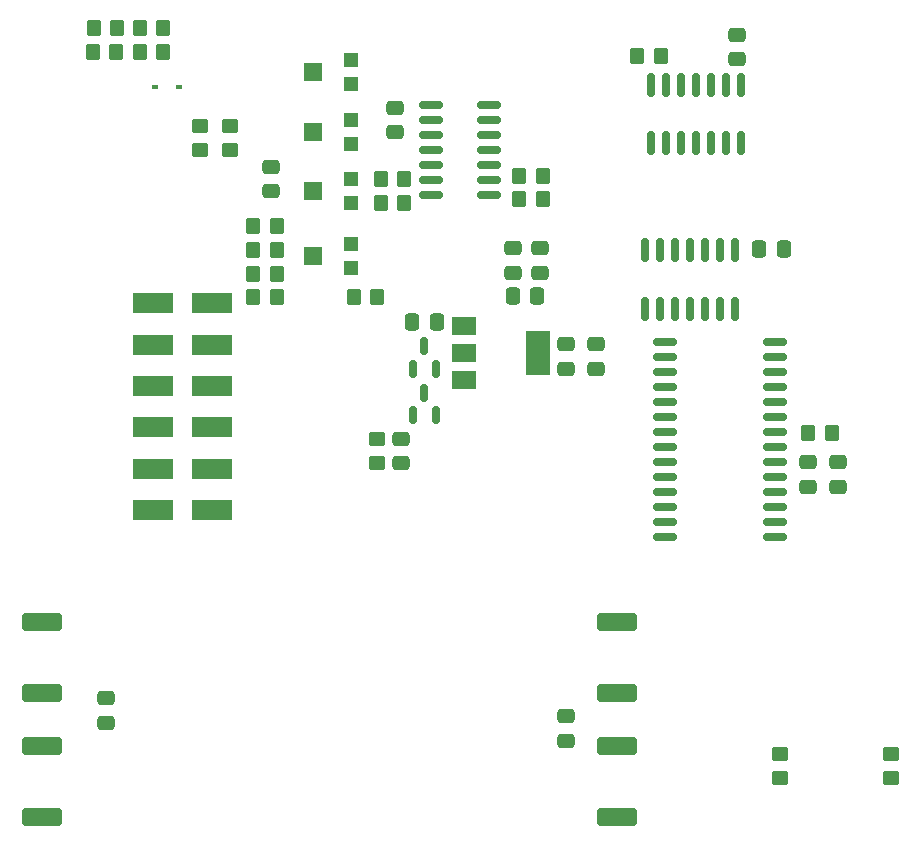
<source format=gbr>
%TF.GenerationSoftware,KiCad,Pcbnew,(6.0.0)*%
%TF.CreationDate,2022-08-08T07:24:01+02:00*%
%TF.ProjectId,K_PA_Protec,4b5f5041-5f50-4726-9f74-65632e6b6963,rev?*%
%TF.SameCoordinates,Original*%
%TF.FileFunction,Paste,Bot*%
%TF.FilePolarity,Positive*%
%FSLAX46Y46*%
G04 Gerber Fmt 4.6, Leading zero omitted, Abs format (unit mm)*
G04 Created by KiCad (PCBNEW (6.0.0)) date 2022-08-08 07:24:01*
%MOMM*%
%LPD*%
G01*
G04 APERTURE LIST*
G04 Aperture macros list*
%AMRoundRect*
0 Rectangle with rounded corners*
0 $1 Rounding radius*
0 $2 $3 $4 $5 $6 $7 $8 $9 X,Y pos of 4 corners*
0 Add a 4 corners polygon primitive as box body*
4,1,4,$2,$3,$4,$5,$6,$7,$8,$9,$2,$3,0*
0 Add four circle primitives for the rounded corners*
1,1,$1+$1,$2,$3*
1,1,$1+$1,$4,$5*
1,1,$1+$1,$6,$7*
1,1,$1+$1,$8,$9*
0 Add four rect primitives between the rounded corners*
20,1,$1+$1,$2,$3,$4,$5,0*
20,1,$1+$1,$4,$5,$6,$7,0*
20,1,$1+$1,$6,$7,$8,$9,0*
20,1,$1+$1,$8,$9,$2,$3,0*%
G04 Aperture macros list end*
%ADD10RoundRect,0.250000X-0.450000X0.350000X-0.450000X-0.350000X0.450000X-0.350000X0.450000X0.350000X0*%
%ADD11RoundRect,0.250000X0.350000X0.450000X-0.350000X0.450000X-0.350000X-0.450000X0.350000X-0.450000X0*%
%ADD12RoundRect,0.250000X0.337500X0.475000X-0.337500X0.475000X-0.337500X-0.475000X0.337500X-0.475000X0*%
%ADD13R,3.500000X1.800000*%
%ADD14RoundRect,0.250000X0.475000X-0.337500X0.475000X0.337500X-0.475000X0.337500X-0.475000X-0.337500X0*%
%ADD15R,0.600000X0.450000*%
%ADD16RoundRect,0.150000X0.875000X0.150000X-0.875000X0.150000X-0.875000X-0.150000X0.875000X-0.150000X0*%
%ADD17R,1.200000X1.200000*%
%ADD18R,1.500000X1.600000*%
%ADD19RoundRect,0.250000X-0.475000X0.337500X-0.475000X-0.337500X0.475000X-0.337500X0.475000X0.337500X0*%
%ADD20RoundRect,0.250000X-0.350000X-0.450000X0.350000X-0.450000X0.350000X0.450000X-0.350000X0.450000X0*%
%ADD21RoundRect,0.250000X0.450000X-0.350000X0.450000X0.350000X-0.450000X0.350000X-0.450000X-0.350000X0*%
%ADD22R,2.000000X1.500000*%
%ADD23R,2.000000X3.800000*%
%ADD24RoundRect,0.150000X-0.825000X-0.150000X0.825000X-0.150000X0.825000X0.150000X-0.825000X0.150000X0*%
%ADD25RoundRect,0.249999X-1.425001X0.512501X-1.425001X-0.512501X1.425001X-0.512501X1.425001X0.512501X0*%
%ADD26RoundRect,0.250000X-0.337500X-0.475000X0.337500X-0.475000X0.337500X0.475000X-0.337500X0.475000X0*%
%ADD27RoundRect,0.150000X0.150000X-0.587500X0.150000X0.587500X-0.150000X0.587500X-0.150000X-0.587500X0*%
%ADD28RoundRect,0.249999X1.425001X-0.512501X1.425001X0.512501X-1.425001X0.512501X-1.425001X-0.512501X0*%
%ADD29RoundRect,0.150000X0.150000X-0.825000X0.150000X0.825000X-0.150000X0.825000X-0.150000X-0.825000X0*%
G04 APERTURE END LIST*
D10*
%TO.C,R5*%
X155000000Y-114700000D03*
X155000000Y-116700000D03*
%TD*%
D11*
%TO.C,R7*%
X103000000Y-70000000D03*
X101000000Y-70000000D03*
%TD*%
D12*
%TO.C,C9*%
X145937500Y-71900000D03*
X143862500Y-71900000D03*
%TD*%
%TO.C,C6*%
X125037500Y-75900000D03*
X122962500Y-75900000D03*
%TD*%
D11*
%TO.C,R31*%
X150000000Y-87500000D03*
X148000000Y-87500000D03*
%TD*%
D13*
%TO.C,D3*%
X92500000Y-90500000D03*
X97500000Y-90500000D03*
%TD*%
D14*
%TO.C,C8*%
X150500000Y-92037500D03*
X150500000Y-89962500D03*
%TD*%
D13*
%TO.C,D6*%
X92500000Y-76500000D03*
X97500000Y-76500000D03*
%TD*%
D15*
%TO.C,D1*%
X92650000Y-58200000D03*
X94750000Y-58200000D03*
%TD*%
D10*
%TO.C,R23*%
X145600000Y-114700000D03*
X145600000Y-116700000D03*
%TD*%
%TO.C,R6*%
X99000000Y-61500000D03*
X99000000Y-63500000D03*
%TD*%
D16*
%TO.C,IC1*%
X145150000Y-79745000D03*
X145150000Y-81015000D03*
X145150000Y-82285000D03*
X145150000Y-83555000D03*
X145150000Y-84825000D03*
X145150000Y-86095000D03*
X145150000Y-87365000D03*
X145150000Y-88635000D03*
X145150000Y-89905000D03*
X145150000Y-91175000D03*
X145150000Y-92445000D03*
X145150000Y-93715000D03*
X145150000Y-94985000D03*
X145150000Y-96255000D03*
X135850000Y-96255000D03*
X135850000Y-94985000D03*
X135850000Y-93715000D03*
X135850000Y-92445000D03*
X135850000Y-91175000D03*
X135850000Y-89905000D03*
X135850000Y-88635000D03*
X135850000Y-87365000D03*
X135850000Y-86095000D03*
X135850000Y-84825000D03*
X135850000Y-83555000D03*
X135850000Y-82285000D03*
X135850000Y-81015000D03*
X135850000Y-79745000D03*
%TD*%
D11*
%TO.C,R22*%
X93400000Y-53200000D03*
X91400000Y-53200000D03*
%TD*%
D13*
%TO.C,D5*%
X92500000Y-83500000D03*
X97500000Y-83500000D03*
%TD*%
D17*
%TO.C,RV13*%
X109300000Y-61000000D03*
D18*
X106050000Y-62000000D03*
D17*
X109300000Y-63000000D03*
%TD*%
D19*
%TO.C,C11*%
X125250000Y-71862500D03*
X125250000Y-73937500D03*
%TD*%
D13*
%TO.C,D7*%
X92500000Y-80000000D03*
X97500000Y-80000000D03*
%TD*%
D20*
%TO.C,R19*%
X109500000Y-76000000D03*
X111500000Y-76000000D03*
%TD*%
D17*
%TO.C,RV14*%
X109300000Y-66000000D03*
D18*
X106050000Y-67000000D03*
D17*
X109300000Y-68000000D03*
%TD*%
D20*
%TO.C,R21*%
X133500000Y-55600000D03*
X135500000Y-55600000D03*
%TD*%
D14*
%TO.C,C5*%
X130000000Y-82037500D03*
X130000000Y-79962500D03*
%TD*%
D21*
%TO.C,R24*%
X96500000Y-63500000D03*
X96500000Y-61500000D03*
%TD*%
D11*
%TO.C,R1*%
X113800000Y-66000000D03*
X111800000Y-66000000D03*
%TD*%
D13*
%TO.C,D2*%
X92500000Y-94000000D03*
X97500000Y-94000000D03*
%TD*%
D22*
%TO.C,U4*%
X118850000Y-83000000D03*
X118850000Y-80700000D03*
D23*
X125150000Y-80700000D03*
D22*
X118850000Y-78400000D03*
%TD*%
D24*
%TO.C,U1*%
X116025000Y-67310000D03*
X116025000Y-66040000D03*
X116025000Y-64770000D03*
X116025000Y-63500000D03*
X116025000Y-62230000D03*
X116025000Y-60960000D03*
X116025000Y-59690000D03*
X120975000Y-59690000D03*
X120975000Y-60960000D03*
X120975000Y-62230000D03*
X120975000Y-63500000D03*
X120975000Y-64770000D03*
X120975000Y-66040000D03*
X120975000Y-67310000D03*
%TD*%
D25*
%TO.C,L3*%
X131800000Y-103512500D03*
X131800000Y-109487500D03*
%TD*%
D26*
%TO.C,C3*%
X114462500Y-78100000D03*
X116537500Y-78100000D03*
%TD*%
D14*
%TO.C,C4*%
X127500000Y-82037500D03*
X127500000Y-79962500D03*
%TD*%
D11*
%TO.C,R18*%
X93400000Y-55200000D03*
X91400000Y-55200000D03*
%TD*%
D19*
%TO.C,C1*%
X102500000Y-64962500D03*
X102500000Y-67037500D03*
%TD*%
D14*
%TO.C,C2*%
X113000000Y-62037500D03*
X113000000Y-59962500D03*
%TD*%
D20*
%TO.C,R11*%
X87400000Y-55200000D03*
X89400000Y-55200000D03*
%TD*%
D27*
%TO.C,Q1*%
X116450000Y-85937500D03*
X114550000Y-85937500D03*
X115500000Y-84062500D03*
%TD*%
D14*
%TO.C,C16*%
X113500000Y-90037500D03*
X113500000Y-87962500D03*
%TD*%
D19*
%TO.C,C12*%
X123000000Y-71862500D03*
X123000000Y-73937500D03*
%TD*%
D21*
%TO.C,R16*%
X111500000Y-90000000D03*
X111500000Y-88000000D03*
%TD*%
D28*
%TO.C,L1*%
X131800000Y-119987500D03*
X131800000Y-114012500D03*
%TD*%
D20*
%TO.C,R3*%
X123500000Y-65700000D03*
X125500000Y-65700000D03*
%TD*%
D17*
%TO.C,RV15*%
X109300000Y-71500000D03*
D18*
X106050000Y-72500000D03*
D17*
X109300000Y-73500000D03*
%TD*%
D13*
%TO.C,D4*%
X92500000Y-87000000D03*
X97500000Y-87000000D03*
%TD*%
D19*
%TO.C,C15*%
X88500000Y-109962500D03*
X88500000Y-112037500D03*
%TD*%
D20*
%TO.C,R20*%
X101000000Y-74000000D03*
X103000000Y-74000000D03*
%TD*%
%TO.C,R4*%
X123500000Y-67700000D03*
X125500000Y-67700000D03*
%TD*%
D29*
%TO.C,U2*%
X142310000Y-62975000D03*
X141040000Y-62975000D03*
X139770000Y-62975000D03*
X138500000Y-62975000D03*
X137230000Y-62975000D03*
X135960000Y-62975000D03*
X134690000Y-62975000D03*
X134690000Y-58025000D03*
X135960000Y-58025000D03*
X137230000Y-58025000D03*
X138500000Y-58025000D03*
X139770000Y-58025000D03*
X141040000Y-58025000D03*
X142310000Y-58025000D03*
%TD*%
D17*
%TO.C,RV12*%
X109300000Y-55900000D03*
D18*
X106050000Y-56900000D03*
D17*
X109300000Y-57900000D03*
%TD*%
D29*
%TO.C,U3*%
X141810000Y-76975000D03*
X140540000Y-76975000D03*
X139270000Y-76975000D03*
X138000000Y-76975000D03*
X136730000Y-76975000D03*
X135460000Y-76975000D03*
X134190000Y-76975000D03*
X134190000Y-72025000D03*
X135460000Y-72025000D03*
X136730000Y-72025000D03*
X138000000Y-72025000D03*
X139270000Y-72025000D03*
X140540000Y-72025000D03*
X141810000Y-72025000D03*
%TD*%
D14*
%TO.C,C7*%
X148000000Y-92037500D03*
X148000000Y-89962500D03*
%TD*%
D11*
%TO.C,R8*%
X103000000Y-76000000D03*
X101000000Y-76000000D03*
%TD*%
D20*
%TO.C,R17*%
X101000000Y-72000000D03*
X103000000Y-72000000D03*
%TD*%
%TO.C,R9*%
X87500000Y-53200000D03*
X89500000Y-53200000D03*
%TD*%
D28*
%TO.C,L4*%
X83100000Y-109487500D03*
X83100000Y-103512500D03*
%TD*%
D19*
%TO.C,C10*%
X142000000Y-53762500D03*
X142000000Y-55837500D03*
%TD*%
D27*
%TO.C,Q2*%
X116450000Y-82037500D03*
X114550000Y-82037500D03*
X115500000Y-80162500D03*
%TD*%
D25*
%TO.C,L2*%
X83100000Y-114012500D03*
X83100000Y-119987500D03*
%TD*%
D11*
%TO.C,R2*%
X113800000Y-68000000D03*
X111800000Y-68000000D03*
%TD*%
D19*
%TO.C,C24*%
X127500000Y-111462500D03*
X127500000Y-113537500D03*
%TD*%
M02*

</source>
